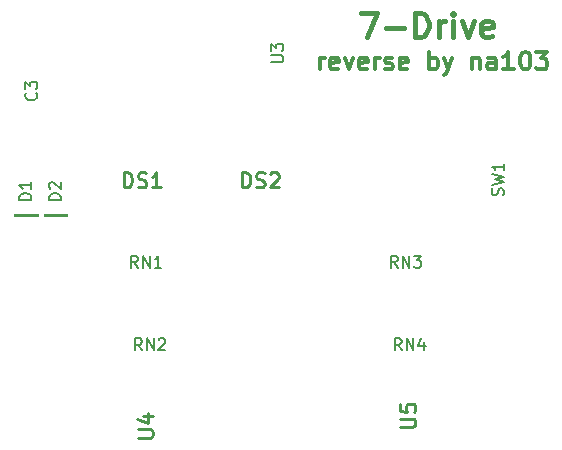
<source format=gbr>
%TF.GenerationSoftware,KiCad,Pcbnew,(5.1.12)-1*%
%TF.CreationDate,2023-06-15T15:48:18+02:00*%
%TF.ProjectId,cs3,6373332e-6b69-4636-9164-5f7063625858,rev?*%
%TF.SameCoordinates,Original*%
%TF.FileFunction,Legend,Top*%
%TF.FilePolarity,Positive*%
%FSLAX46Y46*%
G04 Gerber Fmt 4.6, Leading zero omitted, Abs format (unit mm)*
G04 Created by KiCad (PCBNEW (5.1.12)-1) date 2023-06-15 15:48:18*
%MOMM*%
%LPD*%
G01*
G04 APERTURE LIST*
%ADD10C,0.300000*%
%ADD11C,0.400000*%
%ADD12C,0.120000*%
%ADD13C,0.254000*%
%ADD14C,0.150000*%
G04 APERTURE END LIST*
D10*
X140928571Y-80678571D02*
X140928571Y-79678571D01*
X140928571Y-79964285D02*
X141000000Y-79821428D01*
X141071428Y-79750000D01*
X141214285Y-79678571D01*
X141357142Y-79678571D01*
X142428571Y-80607142D02*
X142285714Y-80678571D01*
X142000000Y-80678571D01*
X141857142Y-80607142D01*
X141785714Y-80464285D01*
X141785714Y-79892857D01*
X141857142Y-79750000D01*
X142000000Y-79678571D01*
X142285714Y-79678571D01*
X142428571Y-79750000D01*
X142500000Y-79892857D01*
X142500000Y-80035714D01*
X141785714Y-80178571D01*
X143000000Y-79678571D02*
X143357142Y-80678571D01*
X143714285Y-79678571D01*
X144857142Y-80607142D02*
X144714285Y-80678571D01*
X144428571Y-80678571D01*
X144285714Y-80607142D01*
X144214285Y-80464285D01*
X144214285Y-79892857D01*
X144285714Y-79750000D01*
X144428571Y-79678571D01*
X144714285Y-79678571D01*
X144857142Y-79750000D01*
X144928571Y-79892857D01*
X144928571Y-80035714D01*
X144214285Y-80178571D01*
X145571428Y-80678571D02*
X145571428Y-79678571D01*
X145571428Y-79964285D02*
X145642857Y-79821428D01*
X145714285Y-79750000D01*
X145857142Y-79678571D01*
X146000000Y-79678571D01*
X146428571Y-80607142D02*
X146571428Y-80678571D01*
X146857142Y-80678571D01*
X147000000Y-80607142D01*
X147071428Y-80464285D01*
X147071428Y-80392857D01*
X147000000Y-80250000D01*
X146857142Y-80178571D01*
X146642857Y-80178571D01*
X146500000Y-80107142D01*
X146428571Y-79964285D01*
X146428571Y-79892857D01*
X146500000Y-79750000D01*
X146642857Y-79678571D01*
X146857142Y-79678571D01*
X147000000Y-79750000D01*
X148285714Y-80607142D02*
X148142857Y-80678571D01*
X147857142Y-80678571D01*
X147714285Y-80607142D01*
X147642857Y-80464285D01*
X147642857Y-79892857D01*
X147714285Y-79750000D01*
X147857142Y-79678571D01*
X148142857Y-79678571D01*
X148285714Y-79750000D01*
X148357142Y-79892857D01*
X148357142Y-80035714D01*
X147642857Y-80178571D01*
X150142857Y-80678571D02*
X150142857Y-79178571D01*
X150142857Y-79750000D02*
X150285714Y-79678571D01*
X150571428Y-79678571D01*
X150714285Y-79750000D01*
X150785714Y-79821428D01*
X150857142Y-79964285D01*
X150857142Y-80392857D01*
X150785714Y-80535714D01*
X150714285Y-80607142D01*
X150571428Y-80678571D01*
X150285714Y-80678571D01*
X150142857Y-80607142D01*
X151357142Y-79678571D02*
X151714285Y-80678571D01*
X152071428Y-79678571D02*
X151714285Y-80678571D01*
X151571428Y-81035714D01*
X151500000Y-81107142D01*
X151357142Y-81178571D01*
X153785714Y-79678571D02*
X153785714Y-80678571D01*
X153785714Y-79821428D02*
X153857142Y-79750000D01*
X154000000Y-79678571D01*
X154214285Y-79678571D01*
X154357142Y-79750000D01*
X154428571Y-79892857D01*
X154428571Y-80678571D01*
X155785714Y-80678571D02*
X155785714Y-79892857D01*
X155714285Y-79750000D01*
X155571428Y-79678571D01*
X155285714Y-79678571D01*
X155142857Y-79750000D01*
X155785714Y-80607142D02*
X155642857Y-80678571D01*
X155285714Y-80678571D01*
X155142857Y-80607142D01*
X155071428Y-80464285D01*
X155071428Y-80321428D01*
X155142857Y-80178571D01*
X155285714Y-80107142D01*
X155642857Y-80107142D01*
X155785714Y-80035714D01*
X157285714Y-80678571D02*
X156428571Y-80678571D01*
X156857142Y-80678571D02*
X156857142Y-79178571D01*
X156714285Y-79392857D01*
X156571428Y-79535714D01*
X156428571Y-79607142D01*
X158214285Y-79178571D02*
X158357142Y-79178571D01*
X158500000Y-79250000D01*
X158571428Y-79321428D01*
X158642857Y-79464285D01*
X158714285Y-79750000D01*
X158714285Y-80107142D01*
X158642857Y-80392857D01*
X158571428Y-80535714D01*
X158500000Y-80607142D01*
X158357142Y-80678571D01*
X158214285Y-80678571D01*
X158071428Y-80607142D01*
X158000000Y-80535714D01*
X157928571Y-80392857D01*
X157857142Y-80107142D01*
X157857142Y-79750000D01*
X157928571Y-79464285D01*
X158000000Y-79321428D01*
X158071428Y-79250000D01*
X158214285Y-79178571D01*
X159214285Y-79178571D02*
X160142857Y-79178571D01*
X159642857Y-79750000D01*
X159857142Y-79750000D01*
X160000000Y-79821428D01*
X160071428Y-79892857D01*
X160142857Y-80035714D01*
X160142857Y-80392857D01*
X160071428Y-80535714D01*
X160000000Y-80607142D01*
X159857142Y-80678571D01*
X159428571Y-80678571D01*
X159285714Y-80607142D01*
X159214285Y-80535714D01*
D11*
X144380952Y-75904761D02*
X145714285Y-75904761D01*
X144857142Y-77904761D01*
X146476190Y-77142857D02*
X148000000Y-77142857D01*
X148952380Y-77904761D02*
X148952380Y-75904761D01*
X149428571Y-75904761D01*
X149714285Y-76000000D01*
X149904761Y-76190476D01*
X150000000Y-76380952D01*
X150095238Y-76761904D01*
X150095238Y-77047619D01*
X150000000Y-77428571D01*
X149904761Y-77619047D01*
X149714285Y-77809523D01*
X149428571Y-77904761D01*
X148952380Y-77904761D01*
X150952380Y-77904761D02*
X150952380Y-76571428D01*
X150952380Y-76952380D02*
X151047619Y-76761904D01*
X151142857Y-76666666D01*
X151333333Y-76571428D01*
X151523809Y-76571428D01*
X152190476Y-77904761D02*
X152190476Y-76571428D01*
X152190476Y-75904761D02*
X152095238Y-76000000D01*
X152190476Y-76095238D01*
X152285714Y-76000000D01*
X152190476Y-75904761D01*
X152190476Y-76095238D01*
X152952380Y-76571428D02*
X153428571Y-77904761D01*
X153904761Y-76571428D01*
X155428571Y-77809523D02*
X155238095Y-77904761D01*
X154857142Y-77904761D01*
X154666666Y-77809523D01*
X154571428Y-77619047D01*
X154571428Y-76857142D01*
X154666666Y-76666666D01*
X154857142Y-76571428D01*
X155238095Y-76571428D01*
X155428571Y-76666666D01*
X155523809Y-76857142D01*
X155523809Y-77047619D01*
X154571428Y-77238095D01*
D12*
%TO.C,D2*%
X117500000Y-93010000D02*
X119500000Y-93010000D01*
X117500000Y-92890000D02*
X119500000Y-92890000D01*
X117500000Y-93130000D02*
X119500000Y-93130000D01*
%TO.C,D1*%
X115000000Y-93130000D02*
X117000000Y-93130000D01*
X115000000Y-92890000D02*
X117000000Y-92890000D01*
X115000000Y-93010000D02*
X117000000Y-93010000D01*
%TO.C,U5*%
D13*
X147694523Y-110967619D02*
X148722619Y-110967619D01*
X148843571Y-110907142D01*
X148904047Y-110846666D01*
X148964523Y-110725714D01*
X148964523Y-110483809D01*
X148904047Y-110362857D01*
X148843571Y-110302380D01*
X148722619Y-110241904D01*
X147694523Y-110241904D01*
X147694523Y-109032380D02*
X147694523Y-109637142D01*
X148299285Y-109697619D01*
X148238809Y-109637142D01*
X148178333Y-109516190D01*
X148178333Y-109213809D01*
X148238809Y-109092857D01*
X148299285Y-109032380D01*
X148420238Y-108971904D01*
X148722619Y-108971904D01*
X148843571Y-109032380D01*
X148904047Y-109092857D01*
X148964523Y-109213809D01*
X148964523Y-109516190D01*
X148904047Y-109637142D01*
X148843571Y-109697619D01*
%TO.C,U4*%
X125504523Y-111867619D02*
X126532619Y-111867619D01*
X126653571Y-111807142D01*
X126714047Y-111746666D01*
X126774523Y-111625714D01*
X126774523Y-111383809D01*
X126714047Y-111262857D01*
X126653571Y-111202380D01*
X126532619Y-111141904D01*
X125504523Y-111141904D01*
X125927857Y-109992857D02*
X126774523Y-109992857D01*
X125444047Y-110295238D02*
X126351190Y-110597619D01*
X126351190Y-109811428D01*
%TO.C,RN4*%
D14*
X147809523Y-104452380D02*
X147476190Y-103976190D01*
X147238095Y-104452380D02*
X147238095Y-103452380D01*
X147619047Y-103452380D01*
X147714285Y-103500000D01*
X147761904Y-103547619D01*
X147809523Y-103642857D01*
X147809523Y-103785714D01*
X147761904Y-103880952D01*
X147714285Y-103928571D01*
X147619047Y-103976190D01*
X147238095Y-103976190D01*
X148238095Y-104452380D02*
X148238095Y-103452380D01*
X148809523Y-104452380D01*
X148809523Y-103452380D01*
X149714285Y-103785714D02*
X149714285Y-104452380D01*
X149476190Y-103404761D02*
X149238095Y-104119047D01*
X149857142Y-104119047D01*
%TO.C,RN2*%
X125809523Y-104452380D02*
X125476190Y-103976190D01*
X125238095Y-104452380D02*
X125238095Y-103452380D01*
X125619047Y-103452380D01*
X125714285Y-103500000D01*
X125761904Y-103547619D01*
X125809523Y-103642857D01*
X125809523Y-103785714D01*
X125761904Y-103880952D01*
X125714285Y-103928571D01*
X125619047Y-103976190D01*
X125238095Y-103976190D01*
X126238095Y-104452380D02*
X126238095Y-103452380D01*
X126809523Y-104452380D01*
X126809523Y-103452380D01*
X127238095Y-103547619D02*
X127285714Y-103500000D01*
X127380952Y-103452380D01*
X127619047Y-103452380D01*
X127714285Y-103500000D01*
X127761904Y-103547619D01*
X127809523Y-103642857D01*
X127809523Y-103738095D01*
X127761904Y-103880952D01*
X127190476Y-104452380D01*
X127809523Y-104452380D01*
%TO.C,RN3*%
X147469523Y-97452380D02*
X147136190Y-96976190D01*
X146898095Y-97452380D02*
X146898095Y-96452380D01*
X147279047Y-96452380D01*
X147374285Y-96500000D01*
X147421904Y-96547619D01*
X147469523Y-96642857D01*
X147469523Y-96785714D01*
X147421904Y-96880952D01*
X147374285Y-96928571D01*
X147279047Y-96976190D01*
X146898095Y-96976190D01*
X147898095Y-97452380D02*
X147898095Y-96452380D01*
X148469523Y-97452380D01*
X148469523Y-96452380D01*
X148850476Y-96452380D02*
X149469523Y-96452380D01*
X149136190Y-96833333D01*
X149279047Y-96833333D01*
X149374285Y-96880952D01*
X149421904Y-96928571D01*
X149469523Y-97023809D01*
X149469523Y-97261904D01*
X149421904Y-97357142D01*
X149374285Y-97404761D01*
X149279047Y-97452380D01*
X148993333Y-97452380D01*
X148898095Y-97404761D01*
X148850476Y-97357142D01*
%TO.C,RN1*%
X125469523Y-97452380D02*
X125136190Y-96976190D01*
X124898095Y-97452380D02*
X124898095Y-96452380D01*
X125279047Y-96452380D01*
X125374285Y-96500000D01*
X125421904Y-96547619D01*
X125469523Y-96642857D01*
X125469523Y-96785714D01*
X125421904Y-96880952D01*
X125374285Y-96928571D01*
X125279047Y-96976190D01*
X124898095Y-96976190D01*
X125898095Y-97452380D02*
X125898095Y-96452380D01*
X126469523Y-97452380D01*
X126469523Y-96452380D01*
X127469523Y-97452380D02*
X126898095Y-97452380D01*
X127183809Y-97452380D02*
X127183809Y-96452380D01*
X127088571Y-96595238D01*
X126993333Y-96690476D01*
X126898095Y-96738095D01*
%TO.C,D2*%
X118952380Y-91738095D02*
X117952380Y-91738095D01*
X117952380Y-91500000D01*
X118000000Y-91357142D01*
X118095238Y-91261904D01*
X118190476Y-91214285D01*
X118380952Y-91166666D01*
X118523809Y-91166666D01*
X118714285Y-91214285D01*
X118809523Y-91261904D01*
X118904761Y-91357142D01*
X118952380Y-91500000D01*
X118952380Y-91738095D01*
X118047619Y-90785714D02*
X118000000Y-90738095D01*
X117952380Y-90642857D01*
X117952380Y-90404761D01*
X118000000Y-90309523D01*
X118047619Y-90261904D01*
X118142857Y-90214285D01*
X118238095Y-90214285D01*
X118380952Y-90261904D01*
X118952380Y-90833333D01*
X118952380Y-90214285D01*
%TO.C,D1*%
X116452380Y-91738095D02*
X115452380Y-91738095D01*
X115452380Y-91500000D01*
X115500000Y-91357142D01*
X115595238Y-91261904D01*
X115690476Y-91214285D01*
X115880952Y-91166666D01*
X116023809Y-91166666D01*
X116214285Y-91214285D01*
X116309523Y-91261904D01*
X116404761Y-91357142D01*
X116452380Y-91500000D01*
X116452380Y-91738095D01*
X116452380Y-90214285D02*
X116452380Y-90785714D01*
X116452380Y-90500000D02*
X115452380Y-90500000D01*
X115595238Y-90595238D01*
X115690476Y-90690476D01*
X115738095Y-90785714D01*
%TO.C,C3*%
X116857142Y-82666666D02*
X116904761Y-82714285D01*
X116952380Y-82857142D01*
X116952380Y-82952380D01*
X116904761Y-83095238D01*
X116809523Y-83190476D01*
X116714285Y-83238095D01*
X116523809Y-83285714D01*
X116380952Y-83285714D01*
X116190476Y-83238095D01*
X116095238Y-83190476D01*
X116000000Y-83095238D01*
X115952380Y-82952380D01*
X115952380Y-82857142D01*
X116000000Y-82714285D01*
X116047619Y-82666666D01*
X115952380Y-82333333D02*
X115952380Y-81714285D01*
X116333333Y-82047619D01*
X116333333Y-81904761D01*
X116380952Y-81809523D01*
X116428571Y-81761904D01*
X116523809Y-81714285D01*
X116761904Y-81714285D01*
X116857142Y-81761904D01*
X116904761Y-81809523D01*
X116952380Y-81904761D01*
X116952380Y-82190476D01*
X116904761Y-82285714D01*
X116857142Y-82333333D01*
%TO.C,DS2*%
D13*
X134267857Y-90654523D02*
X134267857Y-89384523D01*
X134570238Y-89384523D01*
X134751666Y-89445000D01*
X134872619Y-89565952D01*
X134933095Y-89686904D01*
X134993571Y-89928809D01*
X134993571Y-90110238D01*
X134933095Y-90352142D01*
X134872619Y-90473095D01*
X134751666Y-90594047D01*
X134570238Y-90654523D01*
X134267857Y-90654523D01*
X135477380Y-90594047D02*
X135658809Y-90654523D01*
X135961190Y-90654523D01*
X136082142Y-90594047D01*
X136142619Y-90533571D01*
X136203095Y-90412619D01*
X136203095Y-90291666D01*
X136142619Y-90170714D01*
X136082142Y-90110238D01*
X135961190Y-90049761D01*
X135719285Y-89989285D01*
X135598333Y-89928809D01*
X135537857Y-89868333D01*
X135477380Y-89747380D01*
X135477380Y-89626428D01*
X135537857Y-89505476D01*
X135598333Y-89445000D01*
X135719285Y-89384523D01*
X136021666Y-89384523D01*
X136203095Y-89445000D01*
X136686904Y-89505476D02*
X136747380Y-89445000D01*
X136868333Y-89384523D01*
X137170714Y-89384523D01*
X137291666Y-89445000D01*
X137352142Y-89505476D01*
X137412619Y-89626428D01*
X137412619Y-89747380D01*
X137352142Y-89928809D01*
X136626428Y-90654523D01*
X137412619Y-90654523D01*
%TO.C,DS1*%
X124267857Y-90654523D02*
X124267857Y-89384523D01*
X124570238Y-89384523D01*
X124751666Y-89445000D01*
X124872619Y-89565952D01*
X124933095Y-89686904D01*
X124993571Y-89928809D01*
X124993571Y-90110238D01*
X124933095Y-90352142D01*
X124872619Y-90473095D01*
X124751666Y-90594047D01*
X124570238Y-90654523D01*
X124267857Y-90654523D01*
X125477380Y-90594047D02*
X125658809Y-90654523D01*
X125961190Y-90654523D01*
X126082142Y-90594047D01*
X126142619Y-90533571D01*
X126203095Y-90412619D01*
X126203095Y-90291666D01*
X126142619Y-90170714D01*
X126082142Y-90110238D01*
X125961190Y-90049761D01*
X125719285Y-89989285D01*
X125598333Y-89928809D01*
X125537857Y-89868333D01*
X125477380Y-89747380D01*
X125477380Y-89626428D01*
X125537857Y-89505476D01*
X125598333Y-89445000D01*
X125719285Y-89384523D01*
X126021666Y-89384523D01*
X126203095Y-89445000D01*
X127412619Y-90654523D02*
X126686904Y-90654523D01*
X127049761Y-90654523D02*
X127049761Y-89384523D01*
X126928809Y-89565952D01*
X126807857Y-89686904D01*
X126686904Y-89747380D01*
%TO.C,U3*%
D14*
X136782380Y-80071904D02*
X137591904Y-80071904D01*
X137687142Y-80024285D01*
X137734761Y-79976666D01*
X137782380Y-79881428D01*
X137782380Y-79690952D01*
X137734761Y-79595714D01*
X137687142Y-79548095D01*
X137591904Y-79500476D01*
X136782380Y-79500476D01*
X136782380Y-79119523D02*
X136782380Y-78500476D01*
X137163333Y-78833809D01*
X137163333Y-78690952D01*
X137210952Y-78595714D01*
X137258571Y-78548095D01*
X137353809Y-78500476D01*
X137591904Y-78500476D01*
X137687142Y-78548095D01*
X137734761Y-78595714D01*
X137782380Y-78690952D01*
X137782380Y-78976666D01*
X137734761Y-79071904D01*
X137687142Y-79119523D01*
%TO.C,SW1*%
X156404761Y-91333333D02*
X156452380Y-91190476D01*
X156452380Y-90952380D01*
X156404761Y-90857142D01*
X156357142Y-90809523D01*
X156261904Y-90761904D01*
X156166666Y-90761904D01*
X156071428Y-90809523D01*
X156023809Y-90857142D01*
X155976190Y-90952380D01*
X155928571Y-91142857D01*
X155880952Y-91238095D01*
X155833333Y-91285714D01*
X155738095Y-91333333D01*
X155642857Y-91333333D01*
X155547619Y-91285714D01*
X155500000Y-91238095D01*
X155452380Y-91142857D01*
X155452380Y-90904761D01*
X155500000Y-90761904D01*
X155452380Y-90428571D02*
X156452380Y-90190476D01*
X155738095Y-90000000D01*
X156452380Y-89809523D01*
X155452380Y-89571428D01*
X156452380Y-88666666D02*
X156452380Y-89238095D01*
X156452380Y-88952380D02*
X155452380Y-88952380D01*
X155595238Y-89047619D01*
X155690476Y-89142857D01*
X155738095Y-89238095D01*
%TD*%
M02*

</source>
